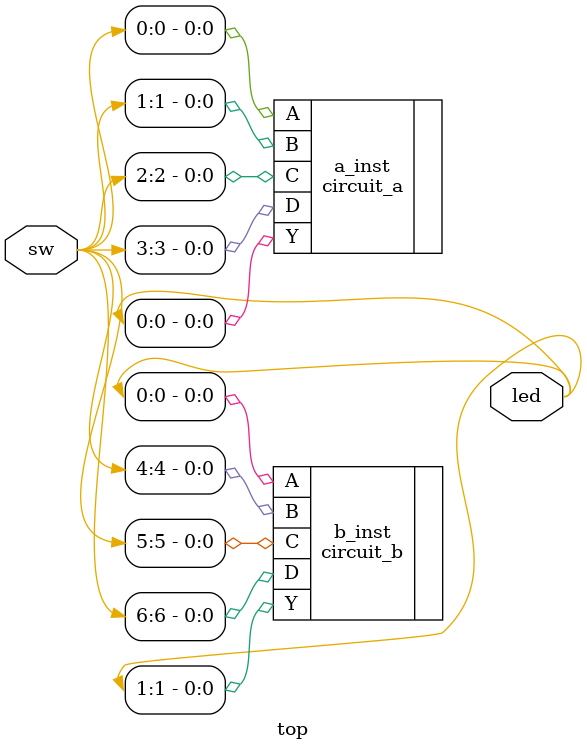
<source format=v>
module top(
input [6:0] sw,
output [1:0] led
);

circuit_a a_inst(
.A(sw[0]),
.B(sw[1]),
.C(sw[2]),
.D(sw[3]),
.Y(led[0])
);

circuit_b b_inst(
.A(led[0]),
.B(sw[4]),
.C(sw[5]),
.D(sw[6]),
.Y(led[1])
);

endmodule

</source>
